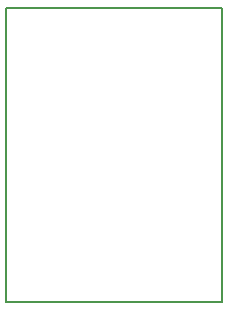
<source format=gbr>
G04 start of page 3 for group 1 idx 12 *
G04 Title: (unknown), outline *
G04 Creator: pcb 4.2.0 *
G04 CreationDate: Sun Aug 30 21:45:36 2020 UTC *
G04 For: commonadmin *
G04 Format: Gerber/RS-274X *
G04 PCB-Dimensions (mil): 11000.00 7000.00 *
G04 PCB-Coordinate-Origin: lower left *
%MOIN*%
%FSLAX25Y25*%
%LNOUTLINE*%
%ADD28C,0.0060*%
G54D28*X11000Y693000D02*Y595000D01*
X83000D01*
Y693000D01*
X11000D01*
M02*

</source>
